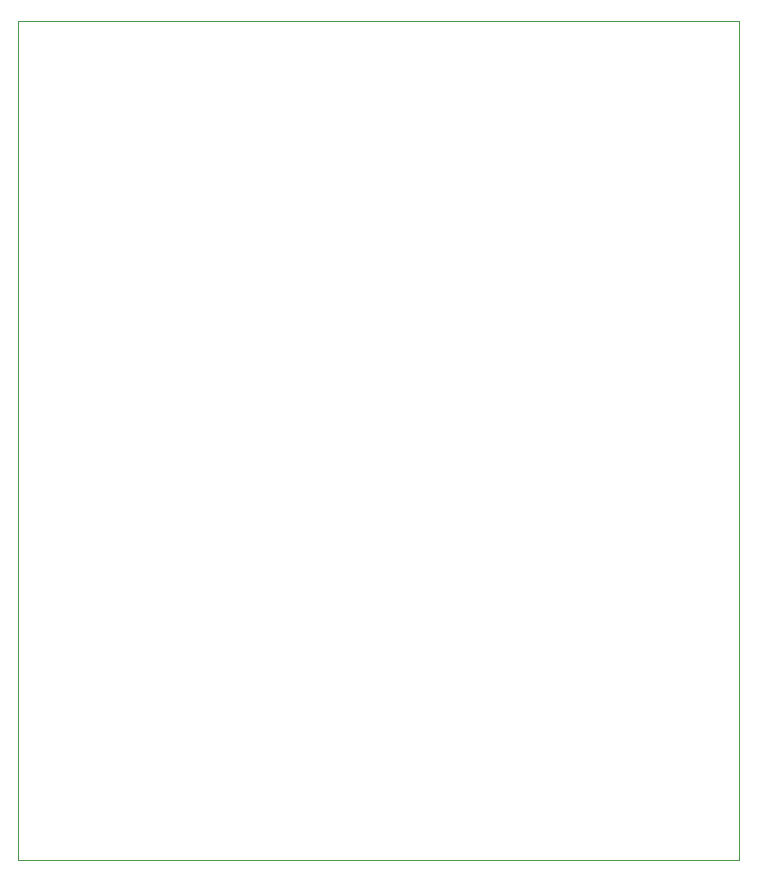
<source format=gbr>
%TF.GenerationSoftware,KiCad,Pcbnew,(5.1.6)-1*%
%TF.CreationDate,2020-09-22T22:19:13+03:00*%
%TF.ProjectId,Z80_devboard,5a38305f-6465-4766-926f-6172642e6b69,rev?*%
%TF.SameCoordinates,Original*%
%TF.FileFunction,Profile,NP*%
%FSLAX46Y46*%
G04 Gerber Fmt 4.6, Leading zero omitted, Abs format (unit mm)*
G04 Created by KiCad (PCBNEW (5.1.6)-1) date 2020-09-22 22:19:13*
%MOMM*%
%LPD*%
G01*
G04 APERTURE LIST*
%TA.AperFunction,Profile*%
%ADD10C,0.050000*%
%TD*%
G04 APERTURE END LIST*
D10*
X75000000Y-123000000D02*
X75000000Y-52000000D01*
X136000000Y-123000000D02*
X75000000Y-123000000D01*
X136000000Y-52000000D02*
X136000000Y-123000000D01*
X75000000Y-52000000D02*
X136000000Y-52000000D01*
M02*

</source>
